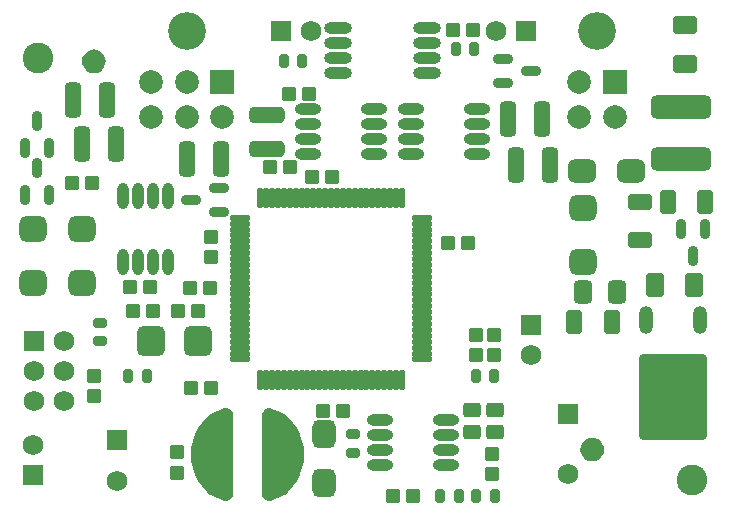
<source format=gts>
G04 Layer_Color=8388736*
%FSLAX24Y24*%
%MOIN*%
G70*
G01*
G75*
G04:AMPARAMS|DCode=65|XSize=36mil|YSize=43.8mil|CornerRadius=6.8mil|HoleSize=0mil|Usage=FLASHONLY|Rotation=270.000|XOffset=0mil|YOffset=0mil|HoleType=Round|Shape=RoundedRectangle|*
%AMROUNDEDRECTD65*
21,1,0.0360,0.0302,0,0,270.0*
21,1,0.0224,0.0438,0,0,270.0*
1,1,0.0136,-0.0151,-0.0112*
1,1,0.0136,-0.0151,0.0112*
1,1,0.0136,0.0151,0.0112*
1,1,0.0136,0.0151,-0.0112*
%
%ADD65ROUNDEDRECTD65*%
G04:AMPARAMS|DCode=66|XSize=36mil|YSize=43.8mil|CornerRadius=6.8mil|HoleSize=0mil|Usage=FLASHONLY|Rotation=180.000|XOffset=0mil|YOffset=0mil|HoleType=Round|Shape=RoundedRectangle|*
%AMROUNDEDRECTD66*
21,1,0.0360,0.0302,0,0,180.0*
21,1,0.0224,0.0438,0,0,180.0*
1,1,0.0136,-0.0112,0.0151*
1,1,0.0136,0.0112,0.0151*
1,1,0.0136,0.0112,-0.0151*
1,1,0.0136,-0.0112,-0.0151*
%
%ADD66ROUNDEDRECTD66*%
%ADD67O,0.0710X0.0198*%
%ADD68O,0.0198X0.0710*%
G04:AMPARAMS|DCode=69|XSize=49mil|YSize=44mil|CornerRadius=5.8mil|HoleSize=0mil|Usage=FLASHONLY|Rotation=270.000|XOffset=0mil|YOffset=0mil|HoleType=Round|Shape=RoundedRectangle|*
%AMROUNDEDRECTD69*
21,1,0.0490,0.0324,0,0,270.0*
21,1,0.0374,0.0440,0,0,270.0*
1,1,0.0116,-0.0162,-0.0187*
1,1,0.0116,-0.0162,0.0187*
1,1,0.0116,0.0162,0.0187*
1,1,0.0116,0.0162,-0.0187*
%
%ADD69ROUNDEDRECTD69*%
G04:AMPARAMS|DCode=70|XSize=49mil|YSize=44mil|CornerRadius=5.8mil|HoleSize=0mil|Usage=FLASHONLY|Rotation=180.000|XOffset=0mil|YOffset=0mil|HoleType=Round|Shape=RoundedRectangle|*
%AMROUNDEDRECTD70*
21,1,0.0490,0.0324,0,0,180.0*
21,1,0.0374,0.0440,0,0,180.0*
1,1,0.0116,-0.0187,0.0162*
1,1,0.0116,0.0187,0.0162*
1,1,0.0116,0.0187,-0.0162*
1,1,0.0116,-0.0187,-0.0162*
%
%ADD70ROUNDEDRECTD70*%
%ADD71O,0.0880X0.0375*%
G04:AMPARAMS|DCode=72|XSize=94.6mil|YSize=76.9mil|CornerRadius=21.2mil|HoleSize=0mil|Usage=FLASHONLY|Rotation=90.000|XOffset=0mil|YOffset=0mil|HoleType=Round|Shape=RoundedRectangle|*
%AMROUNDEDRECTD72*
21,1,0.0946,0.0344,0,0,90.0*
21,1,0.0522,0.0769,0,0,90.0*
1,1,0.0424,0.0172,0.0261*
1,1,0.0424,0.0172,-0.0261*
1,1,0.0424,-0.0172,-0.0261*
1,1,0.0424,-0.0172,0.0261*
%
%ADD72ROUNDEDRECTD72*%
G04:AMPARAMS|DCode=73|XSize=98.6mil|YSize=90.7mil|CornerRadius=16.4mil|HoleSize=0mil|Usage=FLASHONLY|Rotation=270.000|XOffset=0mil|YOffset=0mil|HoleType=Round|Shape=RoundedRectangle|*
%AMROUNDEDRECTD73*
21,1,0.0986,0.0579,0,0,270.0*
21,1,0.0657,0.0907,0,0,270.0*
1,1,0.0328,-0.0289,-0.0329*
1,1,0.0328,-0.0289,0.0329*
1,1,0.0328,0.0289,0.0329*
1,1,0.0328,0.0289,-0.0329*
%
%ADD73ROUNDEDRECTD73*%
G04:AMPARAMS|DCode=74|XSize=118.2mil|YSize=55.2mil|CornerRadius=15.8mil|HoleSize=0mil|Usage=FLASHONLY|Rotation=180.000|XOffset=0mil|YOffset=0mil|HoleType=Round|Shape=RoundedRectangle|*
%AMROUNDEDRECTD74*
21,1,0.1182,0.0236,0,0,180.0*
21,1,0.0866,0.0552,0,0,180.0*
1,1,0.0316,-0.0433,0.0118*
1,1,0.0316,0.0433,0.0118*
1,1,0.0316,0.0433,-0.0118*
1,1,0.0316,-0.0433,-0.0118*
%
%ADD74ROUNDEDRECTD74*%
%ADD75O,0.0930X0.0375*%
G04:AMPARAMS|DCode=76|XSize=118.2mil|YSize=55.2mil|CornerRadius=15.8mil|HoleSize=0mil|Usage=FLASHONLY|Rotation=270.000|XOffset=0mil|YOffset=0mil|HoleType=Round|Shape=RoundedRectangle|*
%AMROUNDEDRECTD76*
21,1,0.1182,0.0236,0,0,270.0*
21,1,0.0866,0.0552,0,0,270.0*
1,1,0.0316,-0.0118,-0.0433*
1,1,0.0316,-0.0118,0.0433*
1,1,0.0316,0.0118,0.0433*
1,1,0.0316,0.0118,-0.0433*
%
%ADD76ROUNDEDRECTD76*%
%ADD77O,0.0375X0.0880*%
%ADD78O,0.0361X0.0671*%
G04:AMPARAMS|DCode=79|XSize=90.7mil|YSize=86.7mil|CornerRadius=23.7mil|HoleSize=0mil|Usage=FLASHONLY|Rotation=180.000|XOffset=0mil|YOffset=0mil|HoleType=Round|Shape=RoundedRectangle|*
%AMROUNDEDRECTD79*
21,1,0.0907,0.0394,0,0,180.0*
21,1,0.0433,0.0867,0,0,180.0*
1,1,0.0474,-0.0217,0.0197*
1,1,0.0474,0.0217,0.0197*
1,1,0.0474,0.0217,-0.0197*
1,1,0.0474,-0.0217,-0.0197*
%
%ADD79ROUNDEDRECTD79*%
%ADD80O,0.0671X0.0361*%
G04:AMPARAMS|DCode=81|XSize=59.2mil|YSize=80mil|CornerRadius=6.6mil|HoleSize=0mil|Usage=FLASHONLY|Rotation=90.000|XOffset=0mil|YOffset=0mil|HoleType=Round|Shape=RoundedRectangle|*
%AMROUNDEDRECTD81*
21,1,0.0592,0.0669,0,0,90.0*
21,1,0.0461,0.0800,0,0,90.0*
1,1,0.0131,0.0335,0.0230*
1,1,0.0131,0.0335,-0.0230*
1,1,0.0131,-0.0335,-0.0230*
1,1,0.0131,-0.0335,0.0230*
%
%ADD81ROUNDEDRECTD81*%
G04:AMPARAMS|DCode=82|XSize=63.1mil|YSize=78.9mil|CornerRadius=17.8mil|HoleSize=0mil|Usage=FLASHONLY|Rotation=0.000|XOffset=0mil|YOffset=0mil|HoleType=Round|Shape=RoundedRectangle|*
%AMROUNDEDRECTD82*
21,1,0.0631,0.0433,0,0,0.0*
21,1,0.0276,0.0789,0,0,0.0*
1,1,0.0356,0.0138,-0.0217*
1,1,0.0356,-0.0138,-0.0217*
1,1,0.0356,-0.0138,0.0217*
1,1,0.0356,0.0138,0.0217*
%
%ADD82ROUNDEDRECTD82*%
G04:AMPARAMS|DCode=83|XSize=55.2mil|YSize=82.8mil|CornerRadius=15.8mil|HoleSize=0mil|Usage=FLASHONLY|Rotation=270.000|XOffset=0mil|YOffset=0mil|HoleType=Round|Shape=RoundedRectangle|*
%AMROUNDEDRECTD83*
21,1,0.0552,0.0512,0,0,270.0*
21,1,0.0236,0.0828,0,0,270.0*
1,1,0.0316,-0.0256,-0.0118*
1,1,0.0316,-0.0256,0.0118*
1,1,0.0316,0.0256,0.0118*
1,1,0.0316,0.0256,-0.0118*
%
%ADD83ROUNDEDRECTD83*%
G04:AMPARAMS|DCode=84|XSize=55.2mil|YSize=82.8mil|CornerRadius=15.8mil|HoleSize=0mil|Usage=FLASHONLY|Rotation=180.000|XOffset=0mil|YOffset=0mil|HoleType=Round|Shape=RoundedRectangle|*
%AMROUNDEDRECTD84*
21,1,0.0552,0.0512,0,0,180.0*
21,1,0.0236,0.0828,0,0,180.0*
1,1,0.0316,-0.0118,0.0256*
1,1,0.0316,0.0118,0.0256*
1,1,0.0316,0.0118,-0.0256*
1,1,0.0316,-0.0118,-0.0256*
%
%ADD84ROUNDEDRECTD84*%
G04:AMPARAMS|DCode=85|XSize=59.2mil|YSize=80mil|CornerRadius=6.6mil|HoleSize=0mil|Usage=FLASHONLY|Rotation=0.000|XOffset=0mil|YOffset=0mil|HoleType=Round|Shape=RoundedRectangle|*
%AMROUNDEDRECTD85*
21,1,0.0592,0.0669,0,0,0.0*
21,1,0.0461,0.0800,0,0,0.0*
1,1,0.0131,0.0230,-0.0335*
1,1,0.0131,-0.0230,-0.0335*
1,1,0.0131,-0.0230,0.0335*
1,1,0.0131,0.0230,0.0335*
%
%ADD85ROUNDEDRECTD85*%
%ADD86O,0.0474X0.0926*%
G04:AMPARAMS|DCode=87|XSize=287.5mil|YSize=226.5mil|CornerRadius=14.9mil|HoleSize=0mil|Usage=FLASHONLY|Rotation=270.000|XOffset=0mil|YOffset=0mil|HoleType=Round|Shape=RoundedRectangle|*
%AMROUNDEDRECTD87*
21,1,0.2875,0.1967,0,0,270.0*
21,1,0.2577,0.2265,0,0,270.0*
1,1,0.0299,-0.0983,-0.1288*
1,1,0.0299,-0.0983,0.1288*
1,1,0.0299,0.0983,0.1288*
1,1,0.0299,0.0983,-0.1288*
%
%ADD87ROUNDEDRECTD87*%
G04:AMPARAMS|DCode=88|XSize=94.6mil|YSize=76.9mil|CornerRadius=21.2mil|HoleSize=0mil|Usage=FLASHONLY|Rotation=180.000|XOffset=0mil|YOffset=0mil|HoleType=Round|Shape=RoundedRectangle|*
%AMROUNDEDRECTD88*
21,1,0.0946,0.0344,0,0,180.0*
21,1,0.0522,0.0769,0,0,180.0*
1,1,0.0424,-0.0261,0.0172*
1,1,0.0424,0.0261,0.0172*
1,1,0.0424,0.0261,-0.0172*
1,1,0.0424,-0.0261,-0.0172*
%
%ADD88ROUNDEDRECTD88*%
G04:AMPARAMS|DCode=89|XSize=202.9mil|YSize=78.9mil|CornerRadius=21.7mil|HoleSize=0mil|Usage=FLASHONLY|Rotation=0.000|XOffset=0mil|YOffset=0mil|HoleType=Round|Shape=RoundedRectangle|*
%AMROUNDEDRECTD89*
21,1,0.2029,0.0354,0,0,0.0*
21,1,0.1594,0.0789,0,0,0.0*
1,1,0.0434,0.0797,-0.0177*
1,1,0.0434,-0.0797,-0.0177*
1,1,0.0434,-0.0797,0.0177*
1,1,0.0434,0.0797,0.0177*
%
%ADD89ROUNDEDRECTD89*%
G04:AMPARAMS|DCode=90|XSize=63.1mil|YSize=49.3mil|CornerRadius=14.3mil|HoleSize=0mil|Usage=FLASHONLY|Rotation=0.000|XOffset=0mil|YOffset=0mil|HoleType=Round|Shape=RoundedRectangle|*
%AMROUNDEDRECTD90*
21,1,0.0631,0.0207,0,0,0.0*
21,1,0.0344,0.0493,0,0,0.0*
1,1,0.0287,0.0172,-0.0103*
1,1,0.0287,-0.0172,-0.0103*
1,1,0.0287,-0.0172,0.0103*
1,1,0.0287,0.0172,0.0103*
%
%ADD90ROUNDEDRECTD90*%
%ADD91C,0.0680*%
%ADD92R,0.0680X0.0680*%
%ADD93R,0.0680X0.0680*%
%ADD94C,0.0789*%
%ADD95R,0.0789X0.0789*%
%ADD96C,0.1261*%
%ADD97R,0.0789X0.0789*%
%ADD98C,0.1025*%
G36*
X23075Y45462D02*
X23171Y45423D01*
X23253Y45360D01*
X23316Y45277D01*
X23356Y45182D01*
X23370Y45079D01*
X23356Y44976D01*
X23316Y44880D01*
X23253Y44798D01*
X23171Y44735D01*
X23075Y44695D01*
X22972Y44682D01*
X22870Y44695D01*
X22774Y44735D01*
X22692Y44798D01*
X22629Y44880D01*
X22589Y44976D01*
X22575Y45079D01*
X22589Y45182D01*
X22629Y45277D01*
X22692Y45360D01*
X22774Y45423D01*
X22870Y45462D01*
X22972Y45476D01*
X23075Y45462D01*
D02*
G37*
G36*
X28882Y33504D02*
X28885Y33502D01*
X28889Y33502D01*
X29019Y33462D01*
X29020Y33461D01*
X29022Y33461D01*
X29173Y33400D01*
X29176Y33398D01*
X29179Y33397D01*
X29319Y33314D01*
X29321Y33311D01*
X29324Y33310D01*
X29449Y33206D01*
X29450Y33204D01*
X29452Y33204D01*
X29456Y33199D01*
X29457Y33198D01*
X29458Y33197D01*
X29607Y33032D01*
X29608Y33029D01*
X29611Y33027D01*
X29737Y32843D01*
X29737Y32840D01*
X29740Y32838D01*
X29840Y32639D01*
X29840Y32636D01*
X29842Y32634D01*
X29915Y32423D01*
X29915Y32420D01*
X29916Y32418D01*
X29961Y32199D01*
X29960Y32196D01*
X29961Y32194D01*
X29976Y31971D01*
X29975Y31969D01*
X29976Y31966D01*
X29961Y31743D01*
X29960Y31741D01*
X29961Y31738D01*
X29916Y31519D01*
X29915Y31517D01*
X29915Y31514D01*
X29842Y31303D01*
X29840Y31301D01*
X29840Y31298D01*
X29740Y31099D01*
X29737Y31097D01*
X29737Y31094D01*
X29611Y30910D01*
X29608Y30908D01*
X29607Y30905D01*
X29458Y30740D01*
X29457Y30739D01*
X29456Y30738D01*
X29454Y30735D01*
X29452Y30735D01*
X29451Y30733D01*
X29325Y30628D01*
X29322Y30627D01*
X29319Y30624D01*
X29178Y30540D01*
X29174Y30539D01*
X29172Y30537D01*
X29019Y30475D01*
X29017Y30475D01*
X29016Y30474D01*
X28882Y30432D01*
X28878Y30433D01*
X28874Y30431D01*
X28801Y30422D01*
X28793Y30424D01*
X28785Y30423D01*
X28714Y30442D01*
X28707Y30447D01*
X28699Y30449D01*
X28640Y30493D01*
X28636Y30500D01*
X28629Y30504D01*
X28590Y30566D01*
X28589Y30575D01*
X28584Y30581D01*
X28570Y30654D01*
X28571Y30658D01*
X28570Y30662D01*
Y33267D01*
X28571Y33271D01*
X28570Y33275D01*
X28585Y33350D01*
X28589Y33357D01*
X28590Y33365D01*
X28631Y33429D01*
X28637Y33433D01*
X28642Y33441D01*
X28703Y33485D01*
X28711Y33487D01*
X28717Y33492D01*
X28790Y33512D01*
X28798Y33510D01*
X28806Y33513D01*
X28882Y33504D01*
D02*
G37*
G36*
X27388Y33513D02*
X27396Y33514D01*
X27467Y33495D01*
X27474Y33490D01*
X27482Y33488D01*
X27541Y33444D01*
X27545Y33437D01*
X27552Y33433D01*
X27591Y33371D01*
X27592Y33362D01*
X27597Y33356D01*
X27611Y33283D01*
X27610Y33279D01*
X27611Y33275D01*
Y30670D01*
X27610Y30666D01*
X27611Y30662D01*
X27597Y30587D01*
X27592Y30580D01*
X27591Y30572D01*
X27550Y30508D01*
X27544Y30504D01*
X27539Y30496D01*
X27478Y30452D01*
X27470Y30450D01*
X27464Y30445D01*
X27391Y30425D01*
X27383Y30427D01*
X27375Y30424D01*
X27300Y30433D01*
X27296Y30435D01*
X27292Y30435D01*
X27162Y30475D01*
X27161Y30476D01*
X27159Y30476D01*
X27008Y30537D01*
X27006Y30539D01*
X27002Y30540D01*
X26862Y30623D01*
X26860Y30626D01*
X26857Y30627D01*
X26732Y30731D01*
X26731Y30733D01*
X26729Y30733D01*
X26725Y30738D01*
X26724Y30739D01*
X26723Y30740D01*
X26574Y30905D01*
X26573Y30908D01*
X26570Y30910D01*
X26444Y31094D01*
X26444Y31097D01*
X26442Y31099D01*
X26341Y31298D01*
X26341Y31301D01*
X26339Y31303D01*
X26266Y31514D01*
X26266Y31517D01*
X26265Y31519D01*
X26221Y31738D01*
X26221Y31741D01*
X26220Y31743D01*
X26205Y31966D01*
X26206Y31969D01*
X26205Y31971D01*
X26220Y32194D01*
X26221Y32196D01*
X26221Y32199D01*
X26265Y32418D01*
X26266Y32420D01*
X26266Y32423D01*
X26339Y32634D01*
X26341Y32636D01*
X26341Y32639D01*
X26442Y32838D01*
X26444Y32840D01*
X26444Y32843D01*
X26570Y33027D01*
X26573Y33029D01*
X26574Y33032D01*
X26723Y33197D01*
X26724Y33198D01*
X26725Y33199D01*
X26727Y33202D01*
X26729Y33202D01*
X26730Y33204D01*
X26856Y33309D01*
X26860Y33310D01*
X26862Y33313D01*
X27003Y33397D01*
X27007Y33398D01*
X27009Y33400D01*
X27162Y33462D01*
X27164Y33462D01*
X27165Y33463D01*
X27299Y33505D01*
X27303Y33504D01*
X27307Y33506D01*
X27380Y33515D01*
X27388Y33513D01*
D02*
G37*
G36*
X39680Y32519D02*
X39775Y32480D01*
X39858Y32417D01*
X39921Y32334D01*
X39960Y32239D01*
X39974Y32136D01*
X39960Y32033D01*
X39921Y31937D01*
X39858Y31855D01*
X39775Y31792D01*
X39680Y31752D01*
X39577Y31739D01*
X39474Y31752D01*
X39378Y31792D01*
X39296Y31855D01*
X39233Y31937D01*
X39193Y32033D01*
X39180Y32136D01*
X39193Y32239D01*
X39233Y32334D01*
X39296Y32417D01*
X39378Y32480D01*
X39474Y32519D01*
X39577Y32533D01*
X39680Y32519D01*
D02*
G37*
D65*
X31624Y32028D02*
D03*
Y32638D02*
D03*
X23159Y36348D02*
D03*
Y35738D02*
D03*
D66*
X36309Y34596D02*
D03*
X35699D02*
D03*
X24124Y34587D02*
D03*
X24734D02*
D03*
X35039Y45502D02*
D03*
X35649D02*
D03*
X29291Y45079D02*
D03*
X29901D02*
D03*
X36329Y30591D02*
D03*
X35719D02*
D03*
X35128D02*
D03*
X34518D02*
D03*
D67*
X33907Y37500D02*
D03*
X27844D02*
D03*
X33907Y39862D02*
D03*
Y39665D02*
D03*
Y39469D02*
D03*
Y39272D02*
D03*
Y39075D02*
D03*
Y38878D02*
D03*
Y38681D02*
D03*
Y38484D02*
D03*
Y38287D02*
D03*
Y38091D02*
D03*
Y37894D02*
D03*
Y37697D02*
D03*
Y37303D02*
D03*
Y37106D02*
D03*
Y36909D02*
D03*
Y36713D02*
D03*
Y36516D02*
D03*
Y36319D02*
D03*
Y36122D02*
D03*
Y35925D02*
D03*
Y35728D02*
D03*
Y35531D02*
D03*
Y35335D02*
D03*
Y35138D02*
D03*
X27844Y37697D02*
D03*
Y37894D02*
D03*
Y38091D02*
D03*
Y38287D02*
D03*
Y38484D02*
D03*
Y38681D02*
D03*
Y38878D02*
D03*
Y39075D02*
D03*
Y39272D02*
D03*
Y39469D02*
D03*
Y39665D02*
D03*
Y39862D02*
D03*
Y35138D02*
D03*
Y35335D02*
D03*
Y35531D02*
D03*
Y35728D02*
D03*
Y35925D02*
D03*
Y36122D02*
D03*
Y36319D02*
D03*
Y36516D02*
D03*
Y36713D02*
D03*
Y36909D02*
D03*
Y37106D02*
D03*
Y37303D02*
D03*
D68*
X30876Y40532D02*
D03*
Y34469D02*
D03*
X31073Y40532D02*
D03*
X31270D02*
D03*
X31467D02*
D03*
X31663D02*
D03*
X31860D02*
D03*
X32057D02*
D03*
X32254D02*
D03*
X32451D02*
D03*
X32648D02*
D03*
X32844D02*
D03*
X33041D02*
D03*
X33238D02*
D03*
Y34469D02*
D03*
X33041D02*
D03*
X32844D02*
D03*
X32648D02*
D03*
X32451D02*
D03*
X32254D02*
D03*
X32057D02*
D03*
X31860D02*
D03*
X31663D02*
D03*
X31467D02*
D03*
X31270D02*
D03*
X31073D02*
D03*
X28514Y40532D02*
D03*
X28711D02*
D03*
X28907D02*
D03*
X29104D02*
D03*
X29301D02*
D03*
X29498D02*
D03*
X29695D02*
D03*
X29892D02*
D03*
X30089D02*
D03*
X30285D02*
D03*
X30482D02*
D03*
X30679D02*
D03*
Y34469D02*
D03*
X30482D02*
D03*
X30285D02*
D03*
X30089D02*
D03*
X29892D02*
D03*
X29695D02*
D03*
X29498D02*
D03*
X29301D02*
D03*
X29104D02*
D03*
X28907D02*
D03*
X28711D02*
D03*
X28514D02*
D03*
D69*
X26890Y38553D02*
D03*
Y39223D02*
D03*
X36309Y35275D02*
D03*
Y35945D02*
D03*
X22982Y33917D02*
D03*
Y34587D02*
D03*
X25748Y32038D02*
D03*
Y31368D02*
D03*
X35699Y35275D02*
D03*
Y35945D02*
D03*
X36250Y31328D02*
D03*
Y31998D02*
D03*
D70*
X28838Y41555D02*
D03*
X29508D02*
D03*
X30906Y41220D02*
D03*
X30236D02*
D03*
X31280Y33425D02*
D03*
X30610D02*
D03*
X24271Y36752D02*
D03*
X24941D02*
D03*
X26457D02*
D03*
X25787D02*
D03*
X30138Y43976D02*
D03*
X29468D02*
D03*
X22234Y41014D02*
D03*
X22904D02*
D03*
X33603Y30591D02*
D03*
X32933D02*
D03*
X24183Y37549D02*
D03*
X24853D02*
D03*
X34931Y46122D02*
D03*
X35601D02*
D03*
X34763Y39016D02*
D03*
X35433D02*
D03*
X26880Y34173D02*
D03*
X26210D02*
D03*
X26831Y37510D02*
D03*
X26161D02*
D03*
D71*
X32500Y33130D02*
D03*
Y32630D02*
D03*
X34700D02*
D03*
Y33130D02*
D03*
X32500Y31630D02*
D03*
X34700D02*
D03*
X32500Y32130D02*
D03*
X34700D02*
D03*
X33543Y43494D02*
D03*
Y42994D02*
D03*
X35743D02*
D03*
Y43494D02*
D03*
X33543Y41994D02*
D03*
X35743D02*
D03*
X33543Y42494D02*
D03*
X35743D02*
D03*
X32323Y41978D02*
D03*
Y42478D02*
D03*
X30123D02*
D03*
Y41978D02*
D03*
X32323Y43478D02*
D03*
X30123D02*
D03*
X32323Y42978D02*
D03*
X30123D02*
D03*
D72*
X30640Y31024D02*
D03*
Y32638D02*
D03*
D73*
X24872Y35748D02*
D03*
X26447D02*
D03*
D74*
X28730Y42156D02*
D03*
Y43297D02*
D03*
D75*
X31112Y44701D02*
D03*
Y45701D02*
D03*
Y46201D02*
D03*
X34062Y44701D02*
D03*
Y45701D02*
D03*
Y46201D02*
D03*
X31112Y45201D02*
D03*
X34062D02*
D03*
D76*
X27205Y41821D02*
D03*
X26063D02*
D03*
X22579Y42313D02*
D03*
X23720D02*
D03*
X22274Y43789D02*
D03*
X23415D02*
D03*
X36772Y43150D02*
D03*
X37913D02*
D03*
X37028Y41634D02*
D03*
X38169D02*
D03*
D77*
X23937Y38386D02*
D03*
X24437D02*
D03*
Y40586D02*
D03*
X23937D02*
D03*
X25437Y38386D02*
D03*
Y40586D02*
D03*
X24937Y38386D02*
D03*
Y40586D02*
D03*
D78*
X21089Y41525D02*
D03*
X20689Y40615D02*
D03*
X21489D02*
D03*
X21089Y43090D02*
D03*
X20689Y42180D02*
D03*
X21489D02*
D03*
X42956Y38583D02*
D03*
X42556Y39493D02*
D03*
X43356D02*
D03*
D79*
X22559Y37677D02*
D03*
Y39488D02*
D03*
X20925D02*
D03*
Y37677D02*
D03*
X39262Y38386D02*
D03*
Y40197D02*
D03*
D80*
X37529Y44748D02*
D03*
X36619Y44348D02*
D03*
Y45148D02*
D03*
X26221Y40469D02*
D03*
X27131Y40869D02*
D03*
Y40069D02*
D03*
D81*
X42667Y44970D02*
D03*
Y46270D02*
D03*
D82*
X39262Y37392D02*
D03*
X40404D02*
D03*
D83*
X41161Y40384D02*
D03*
Y39124D02*
D03*
D84*
X43356Y40384D02*
D03*
X42096D02*
D03*
X40236Y36388D02*
D03*
X38976D02*
D03*
D85*
X41663Y37618D02*
D03*
X42963D02*
D03*
D86*
X41376Y36447D02*
D03*
X43171D02*
D03*
D87*
X42274Y33888D02*
D03*
D88*
X40866Y41427D02*
D03*
X39252D02*
D03*
D89*
X42539Y43563D02*
D03*
Y41831D02*
D03*
D90*
X35581Y33465D02*
D03*
Y32717D02*
D03*
X36339Y33465D02*
D03*
Y32717D02*
D03*
D91*
X37549Y35280D02*
D03*
X38770Y31317D02*
D03*
X30222Y46083D02*
D03*
X36372D02*
D03*
X23750Y31083D02*
D03*
X21978Y33758D02*
D03*
X20978D02*
D03*
X21978Y34758D02*
D03*
X20978D02*
D03*
X21978Y35758D02*
D03*
X20935Y32289D02*
D03*
D92*
X37549Y36280D02*
D03*
X38770Y33317D02*
D03*
X23750Y32461D02*
D03*
X20935Y31289D02*
D03*
D93*
X29222Y46083D02*
D03*
X37372D02*
D03*
X20978Y35758D02*
D03*
D94*
X27244Y43209D02*
D03*
X24882Y44390D02*
D03*
X26063D02*
D03*
X24882Y43209D02*
D03*
X26063D02*
D03*
X40325D02*
D03*
X39144D02*
D03*
Y44390D02*
D03*
D95*
X27244D02*
D03*
D96*
X26063Y46091D02*
D03*
X39734D02*
D03*
D97*
X40325Y44390D02*
D03*
D98*
X21112Y45197D02*
D03*
X42901Y31109D02*
D03*
M02*

</source>
